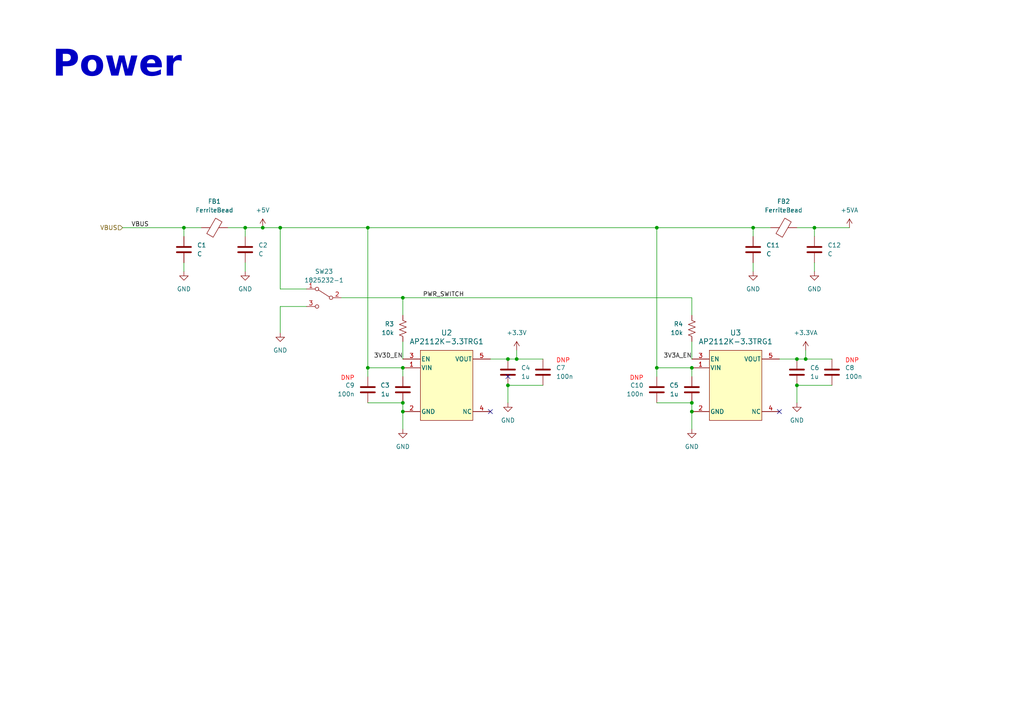
<source format=kicad_sch>
(kicad_sch (version 20230121) (generator eeschema)
  (paper "A4")
  (lib_symbols
    (symbol "Device:C" (pin_numbers hide) (pin_names (offset 0.254))
      (property "Reference" "C" (at 0.635 2.54 0))
      (property "Value" "C" (at 0.635 -2.54 0))
      (symbol "C_0_1"
        (polyline (pts (xy -2.032 -0.762) (xy 2.032 -0.762)) (stroke (width 0.508)))
        (polyline (pts (xy -2.032 0.762) (xy 2.032 0.762)) (stroke (width 0.508)))
      )
      (symbol "C_1_1"
        (pin passive line (at 0 3.81 270) (length 2.794) (name "~") (number "1"))
        (pin passive line (at 0 -3.81 90) (length 2.794) (name "~") (number "2"))
      )
    )
    (symbol "Device:FerriteBead" (pin_numbers hide) (pin_names (offset 0))
      (property "Reference" "FB" (at -3.81 0.635 90))
      (property "Value" "FerriteBead" (at 3.81 0 90))
      (symbol "FerriteBead_0_1"
        (polyline (pts (xy 0 -1.27) (xy 0 -1.2192)))
        (polyline (pts (xy 0 1.27) (xy 0 1.2954)))
        (polyline (pts (xy -2.7686 0.4064) (xy -1.7018 2.2606) (xy 2.7686 -0.3048) (xy 1.6764 -2.159) (xy -2.7686 0.4064)))
      )
      (symbol "FerriteBead_1_1"
        (pin passive line (at 0 3.81 270) (length 2.54) (name "~") (number "1"))
        (pin passive line (at 0 -3.81 90) (length 2.54) (name "~") (number "2"))
      )
    )
    (symbol "Device:R_US" (pin_numbers hide) (pin_names (offset 0))
      (property "Reference" "R" (at 2.54 0 90))
      (property "Value" "R_US" (at -2.54 0 90))
      (symbol "R_US_0_1"
        (polyline (pts (xy 0 -2.286) (xy 0 -2.54)))
        (polyline (pts (xy 0 2.286) (xy 0 2.54)))
        (polyline (pts (xy 0 -0.762) (xy 1.016 -1.143) (xy 0 -1.524) (xy -1.016 -1.905) (xy 0 -2.286)))
        (polyline (pts (xy 0 0.762) (xy 1.016 0.381) (xy 0 0) (xy -1.016 -0.381) (xy 0 -0.762)))
        (polyline (pts (xy 0 2.286) (xy 1.016 1.905) (xy 0 1.524) (xy -1.016 1.143) (xy 0 0.762)))
      )
      (symbol "R_US_1_1"
        (pin passive line (at 0 3.81 270) (length 1.27) (name "~") (number "1"))
        (pin passive line (at 0 -3.81 90) (length 1.27) (name "~") (number "2"))
      )
    )
    (symbol "Regulator:AP2112K-3.3TRG1" (pin_names (offset 0.254))
      (property "Reference" "U" (at 0 24.13 0))
      (property "Value" "AP2112K-3.3TRG1" (at 0 21.59 0))
      (symbol "AP2112K-3.3TRG1_0_1"
        (pin passive line (at -5.08 15.24 0) (length 5.08) (name "VIN") (number "1"))
        (pin passive line (at -5.08 2.54 0) (length 5.08) (name "GND") (number "2"))
        (pin passive line (at -5.08 17.78 0) (length 5.08) (name "EN") (number "3"))
        (pin passive line (at 20.32 2.54 180) (length 5.08) (name "NC") (number "4"))
        (pin passive line (at 20.32 17.78 180) (length 5.08) (name "VOUT") (number "5"))
      )
      (symbol "AP2112K-3.3TRG1_1_1"
        (rectangle (start 0 20.32) (end 15.24 0) (fill (type background)))
      )
    )
    (symbol "Switch:SW_SPDT" (pin_names (offset 0) hide)
      (property "Reference" "SW" (at 0 4.318 0))
      (property "Value" "SW_SPDT" (at 0 -5.08 0))
      (symbol "SW_SPDT_0_0"
        (circle (center -2.032 0) (radius 0.508))
        (circle (center 2.032 -2.54) (radius 0.508))
      )
      (symbol "SW_SPDT_0_1"
        (polyline (pts (xy -1.524 0.254) (xy 1.651 2.286)))
        (circle (center 2.032 2.54) (radius 0.508))
      )
      (symbol "SW_SPDT_1_1"
        (pin passive line (at 5.08 2.54 180) (length 2.54) (name "A") (number "1"))
        (pin passive line (at -5.08 0 0) (length 2.54) (name "B") (number "2"))
        (pin passive line (at 5.08 -2.54 180) (length 2.54) (name "C") (number "3"))
      )
    )
    (symbol "power:+3.3V" (power) (pin_names (offset 0))
      (property "Value" "+3.3V" (at 0 3.556 0))
      (symbol "+3.3V_0_1"
        (polyline (pts (xy -0.762 1.27) (xy 0 2.54)))
        (polyline (pts (xy 0 0) (xy 0 2.54)))
        (polyline (pts (xy 0 2.54) (xy 0.762 1.27)))
      )
      (symbol "+3.3V_1_1"
        (pin power_in line (at 0 0 90) (length 0) hide (name "+3.3V") (number "1"))
      )
    )
    (symbol "power:+3.3VA" (power) (pin_names (offset 0))
      (property "Value" "+3.3VA" (at 0 3.556 0))
      (symbol "+3.3VA_0_1"
        (polyline (pts (xy -0.762 1.27) (xy 0 2.54)))
        (polyline (pts (xy 0 0) (xy 0 2.54)))
        (polyline (pts (xy 0 2.54) (xy 0.762 1.27)))
      )
      (symbol "+3.3VA_1_1"
        (pin power_in line (at 0 0 90) (length 0) hide (name "+3.3VA") (number "1"))
      )
    )
    (symbol "power:+5V" (power) (pin_names (offset 0))
      (property "Value" "+5V" (at 0 3.556 0))
      (symbol "+5V_0_1"
        (polyline (pts (xy -0.762 1.27) (xy 0 2.54)))
        (polyline (pts (xy 0 0) (xy 0 2.54)))
        (polyline (pts (xy 0 2.54) (xy 0.762 1.27)))
      )
      (symbol "+5V_1_1"
        (pin power_in line (at 0 0 90) (length 0) hide (name "+5V") (number "1"))
      )
    )
    (symbol "power:+5VA" (power) (pin_names (offset 0))
      (property "Value" "+5VA" (at 0 3.556 0))
      (symbol "+5VA_0_1"
        (polyline (pts (xy -0.762 1.27) (xy 0 2.54)))
        (polyline (pts (xy 0 0) (xy 0 2.54)))
        (polyline (pts (xy 0 2.54) (xy 0.762 1.27)))
      )
      (symbol "+5VA_1_1"
        (pin power_in line (at 0 0 90) (length 0) hide (name "+5VA") (number "1"))
      )
    )
    (symbol "power:GND" (power) (pin_names (offset 0))
      (property "Value" "GND" (at 0 -3.81 0))
      (symbol "GND_0_1"
        (polyline (pts (xy 0 0) (xy 0 -1.27) (xy 1.27 -1.27) (xy 0 -2.54) (xy -1.27 -1.27) (xy 0 -1.27)))
      )
      (symbol "GND_1_1"
        (pin power_in line (at 0 0 270) (length 0) hide (name "GND") (number "1"))
      )
    )
  )
  (junction (at 231.14 104.14))
  (junction (at 106.68 106.68))
  (junction (at 71.12 66.04))
  (junction (at 231.14 111.76))
  (junction (at 236.22 66.04))
  (junction (at 116.84 119.38))
  (junction (at 106.68 66.04))
  (junction (at 116.84 106.68))
  (junction (at 53.34 66.04))
  (junction (at 116.84 116.84))
  (junction (at 81.28 66.04))
  (junction (at 116.84 86.36))
  (junction (at 76.2 66.04))
  (junction (at 218.44 66.04))
  (junction (at 147.32 111.76))
  (junction (at 149.86 104.14))
  (junction (at 190.5 106.68))
  (junction (at 200.66 116.84))
  (junction (at 190.5 66.04))
  (junction (at 233.68 104.14))
  (junction (at 200.66 106.68))
  (junction (at 147.32 104.14))
  (junction (at 200.66 119.38))
  (no_connect (at 226.06 119.38))
  (no_connect (at 142.24 119.38))
  (no_connect (at 147.32 109.22))
  (wire (pts (xy 106.68 106.68) (xy 106.68 109.22)))
  (wire (pts (xy 99.06 86.36) (xy 116.84 86.36)))
  (wire (pts (xy 53.34 66.04) (xy 35.56 66.04)))
  (wire (pts (xy 218.44 66.04) (xy 218.44 68.58)))
  (wire (pts (xy 200.66 119.38) (xy 200.66 124.46)))
  (wire (pts (xy 81.28 88.9) (xy 88.9 88.9)))
  (wire (pts (xy 53.34 66.04) (xy 58.42 66.04)))
  (wire (pts (xy 190.5 106.68) (xy 200.66 106.68)))
  (wire (pts (xy 190.5 106.68) (xy 190.5 109.22)))
  (wire (pts (xy 147.32 111.76) (xy 147.32 116.84)))
  (wire (pts (xy 200.66 116.84) (xy 200.66 119.38)))
  (wire (pts (xy 71.12 66.04) (xy 71.12 68.58)))
  (wire (pts (xy 81.28 88.9) (xy 81.28 96.52)))
  (wire (pts (xy 190.5 66.04) (xy 190.5 106.68)))
  (wire (pts (xy 71.12 76.2) (xy 71.12 78.74)))
  (wire (pts (xy 200.66 91.44) (xy 200.66 86.36)))
  (wire (pts (xy 200.66 99.06) (xy 200.66 104.14)))
  (wire (pts (xy 106.68 106.68) (xy 116.84 106.68)))
  (wire (pts (xy 81.28 66.04) (xy 81.28 83.82)))
  (wire (pts (xy 236.22 66.04) (xy 236.22 68.58)))
  (wire (pts (xy 116.84 106.68) (xy 116.84 109.22)))
  (wire (pts (xy 231.14 111.76) (xy 231.14 116.84)))
  (wire (pts (xy 200.66 116.84) (xy 190.5 116.84)))
  (wire (pts (xy 106.68 66.04) (xy 81.28 66.04)))
  (wire (pts (xy 190.5 66.04) (xy 218.44 66.04)))
  (wire (pts (xy 231.14 66.04) (xy 236.22 66.04)))
  (wire (pts (xy 236.22 76.2) (xy 236.22 78.74)))
  (wire (pts (xy 81.28 83.82) (xy 88.9 83.82)))
  (wire (pts (xy 116.84 99.06) (xy 116.84 104.14)))
  (wire (pts (xy 106.68 66.04) (xy 190.5 66.04)))
  (wire (pts (xy 53.34 68.58) (xy 53.34 66.04)))
  (wire (pts (xy 147.32 111.76) (xy 157.48 111.76)))
  (wire (pts (xy 116.84 119.38) (xy 116.84 124.46)))
  (wire (pts (xy 116.84 116.84) (xy 106.68 116.84)))
  (wire (pts (xy 53.34 76.2) (xy 53.34 78.74)))
  (wire (pts (xy 200.66 106.68) (xy 200.66 109.22)))
  (wire (pts (xy 106.68 106.68) (xy 106.68 66.04)))
  (wire (pts (xy 233.68 104.14) (xy 231.14 104.14)))
  (wire (pts (xy 71.12 66.04) (xy 76.2 66.04)))
  (wire (pts (xy 66.04 66.04) (xy 71.12 66.04)))
  (wire (pts (xy 218.44 76.2) (xy 218.44 78.74)))
  (wire (pts (xy 149.86 104.14) (xy 157.48 104.14)))
  (wire (pts (xy 218.44 66.04) (xy 223.52 66.04)))
  (wire (pts (xy 116.84 86.36) (xy 116.84 91.44)))
  (wire (pts (xy 149.86 101.6) (xy 149.86 104.14)))
  (wire (pts (xy 231.14 111.76) (xy 241.3 111.76)))
  (wire (pts (xy 149.86 104.14) (xy 147.32 104.14)))
  (wire (pts (xy 233.68 101.6) (xy 233.68 104.14)))
  (wire (pts (xy 76.2 66.04) (xy 81.28 66.04)))
  (wire (pts (xy 226.06 104.14) (xy 231.14 104.14)))
  (wire (pts (xy 233.68 104.14) (xy 241.3 104.14)))
  (wire (pts (xy 200.66 86.36) (xy 116.84 86.36)))
  (wire (pts (xy 116.84 116.84) (xy 116.84 119.38)))
  (wire (pts (xy 142.24 104.14) (xy 147.32 104.14)))
  (wire (pts (xy 236.22 66.04) (xy 246.38 66.04)))
  (text "DNP" (at 245.11 105.41 0) (effects (font (size 1.27 1.27)) (justify left bottom)))
  (text "DNP" (at 186.69 110.49 0) (effects (font (size 1.27 1.27)) (justify right bottom)))
  (text "Power" (at 15.24 25.4 0) (effects (font (size 7.62 7.62) (thickness 1.524) bold) (justify left bottom)))
  (text "DNP" (at 102.87 110.49 0) (effects (font (size 1.27 1.27)) (justify right bottom)))
  (text "DNP" (at 161.29 105.41 0) (effects (font (size 1.27 1.27)) (justify left bottom)))
  (label "3V3D_EN" (at 116.84 104.14 180))
  (label "3V3A_EN" (at 200.66 104.14 180))
  (label "VBUS" (at 43.18 66.04 180))
  (label "PWR_SWITCH" (at 134.62 86.36 180))
  (hierarchical_label "VBUS" (shape input) (at 35.56 66.04 180))
  (symbol (lib_id "Device:R_US") (at 116.84 95.25 0) (unit 1)
    (property "Reference" "R3" (at 114.3 93.98 0) (effects (justify right)))
    (property "Value" "10k" (at 114.3 96.52 0) (effects (justify right)))
  )
  (symbol (lib_id "Device:C") (at 236.22 72.39 0) (unit 1)
    (property "Reference" "C12" (at 240.03 71.12 0) (effects (justify left)))
    (property "Value" "C" (at 240.03 73.66 0) (effects (justify left)))
  )
  (symbol (lib_id "power:+3.3V") (at 149.86 101.6 0) (unit 1)
    (property "Reference" "#PWR06" (effects hide))
    (property "Value" "+3.3V" (at 149.86 96.52 0))
  )
  (symbol (lib_id "power:GND") (at 71.12 78.74 0) (unit 1)
    (property "Reference" "#PWR09" (effects hide))
    (property "Value" "GND" (at 71.12 83.82 0))
  )
  (symbol (lib_id "Device:C") (at 200.66 113.03 0) (unit 1)
    (property "Reference" "C5" (at 196.85 111.76 0) (effects (justify right)))
    (property "Value" "1u" (at 196.85 114.3 0) (effects (justify right)))
  )
  (symbol (lib_id "power:GND") (at 81.28 96.52 0) (unit 1)
    (property "Reference" "#PWR03" (effects hide))
    (property "Value" "GND" (at 81.28 101.6 0))
  )
  (symbol (lib_id "Device:C") (at 157.48 107.95 0) (unit 1)
    (property "Reference" "C7" (at 161.29 106.68 0) (effects (justify left)))
    (property "Value" "100n" (at 161.29 109.22 0) (effects (justify left)))
  )
  (symbol (lib_id "Device:C") (at 190.5 113.03 0) (mirror y) (unit 1)
    (property "Reference" "C10" (at 186.69 111.76 0) (effects (justify left)))
    (property "Value" "100n" (at 186.69 114.3 0) (effects (justify left)))
  )
  (symbol (lib_id "Device:C") (at 231.14 107.95 0) (mirror y) (unit 1)
    (property "Reference" "C6" (at 234.95 106.68 0) (effects (justify right)))
    (property "Value" "1u" (at 234.95 109.22 0) (effects (justify right)))
  )
  (symbol (lib_id "power:GND") (at 236.22 78.74 0) (unit 1)
    (property "Reference" "#PWR011" (effects hide))
    (property "Value" "GND" (at 236.22 83.82 0))
  )
  (symbol (lib_id "Device:C") (at 53.34 72.39 0) (unit 1)
    (property "Reference" "C1" (at 57.15 71.12 0) (effects (justify left)))
    (property "Value" "C" (at 57.15 73.66 0) (effects (justify left)))
  )
  (symbol (lib_id "Device:C") (at 116.84 113.03 0) (unit 1)
    (property "Reference" "C3" (at 113.03 111.76 0) (effects (justify right)))
    (property "Value" "1u" (at 113.03 114.3 0) (effects (justify right)))
  )
  (symbol (lib_id "Device:C") (at 71.12 72.39 0) (unit 1)
    (property "Reference" "C2" (at 74.93 71.12 0) (effects (justify left)))
    (property "Value" "C" (at 74.93 73.66 0) (effects (justify left)))
  )
  (symbol (lib_id "Device:FerriteBead") (at 62.23 66.04 90) (unit 1)
    (property "Reference" "FB1" (at 62.1792 58.42 90))
    (property "Value" "FerriteBead" (at 62.1792 60.96 90))
  )
  (symbol (lib_id "power:+3.3VA") (at 233.68 101.6 0) (unit 1)
    (property "Reference" "#PWR07" (effects hide))
    (property "Value" "+3.3VA" (at 233.68 96.52 0))
  )
  (symbol (lib_id "power:GND") (at 53.34 78.74 0) (unit 1)
    (property "Reference" "#PWR08" (effects hide))
    (property "Value" "GND" (at 53.34 83.82 0))
  )
  (symbol (lib_id "power:GND") (at 231.14 116.84 0) (unit 1)
    (property "Reference" "#PWR05" (effects hide))
    (property "Value" "GND" (at 231.14 121.92 0))
  )
  (symbol (lib_id "Device:C") (at 147.32 107.95 0) (mirror y) (unit 1)
    (property "Reference" "C4" (at 151.13 106.68 0) (effects (justify right)))
    (property "Value" "1u" (at 151.13 109.22 0) (effects (justify right)))
  )
  (symbol (lib_id "Switch:SW_SPDT") (at 93.98 86.36 0) (mirror y) (unit 1)
    (property "Reference" "SW23" (at 93.98 78.74 0))
    (property "Value" "1825232-1" (at 93.98 81.28 0))
    (property "Datasheet" "https://www.digikey.com/en/products/detail/te-connectivity-alcoswitch-switches/1825232-1/4021554" (effects hide))
  )
  (symbol (lib_id "power:GND") (at 116.84 124.46 0) (unit 1)
    (property "Reference" "#PWR01" (effects hide))
    (property "Value" "GND" (at 116.84 129.54 0))
  )
  (symbol (lib_id "Device:C") (at 106.68 113.03 0) (mirror y) (unit 1)
    (property "Reference" "C9" (at 102.87 111.76 0) (effects (justify left)))
    (property "Value" "100n" (at 102.87 114.3 0) (effects (justify left)))
  )
  (symbol (lib_id "power:GND") (at 147.32 116.84 0) (unit 1)
    (property "Reference" "#PWR04" (effects hide))
    (property "Value" "GND" (at 147.32 121.92 0))
  )
  (symbol (lib_id "Device:FerriteBead") (at 227.33 66.04 90) (unit 1)
    (property "Reference" "FB2" (at 227.2792 58.42 90))
    (property "Value" "FerriteBead" (at 227.2792 60.96 90))
  )
  (symbol (lib_id "power:GND") (at 218.44 78.74 0) (unit 1)
    (property "Reference" "#PWR012" (effects hide))
    (property "Value" "GND" (at 218.44 83.82 0))
  )
  (symbol (lib_id "power:+5V") (at 76.2 66.04 0) (unit 1)
    (property "Reference" "#PWR010" (effects hide))
    (property "Value" "+5V" (at 76.2 60.96 0))
  )
  (symbol (lib_id "Regulator:AP2112K-3.3TRG1") (at 205.74 121.92 0) (unit 1)
    (property "Reference" "U3" (at 213.36 96.52 0) (effects (font (size 1.524 1.524))))
    (property "Value" "AP2112K-3.3TRG1" (at 213.36 99.06 0) (effects (font (size 1.524 1.524))))
    (property "Datasheet" "https://www.digikey.com/en/products/detail/diodes-incorporated/AP2112K-3-3TRG1/4470746" (effects hide))
  )
  (symbol (lib_id "Device:C") (at 218.44 72.39 0) (unit 1)
    (property "Reference" "C11" (at 222.25 71.12 0) (effects (justify left)))
    (property "Value" "C" (at 222.25 73.66 0) (effects (justify left)))
  )
  (symbol (lib_id "power:+5VA") (at 246.38 66.04 0) (unit 1)
    (property "Reference" "#PWR013" (effects hide))
    (property "Value" "+5VA" (at 246.38 60.96 0))
  )
  (symbol (lib_id "Regulator:AP2112K-3.3TRG1") (at 121.92 121.92 0) (unit 1)
    (property "Reference" "U2" (at 129.54 96.52 0) (effects (font (size 1.524 1.524))))
    (property "Value" "AP2112K-3.3TRG1" (at 129.54 99.06 0) (effects (font (size 1.524 1.524))))
    (property "Datasheet" "https://www.digikey.com/en/products/detail/diodes-incorporated/AP2112K-3-3TRG1/4470746" (effects hide))
  )
  (symbol (lib_id "power:GND") (at 200.66 124.46 0) (unit 1)
    (property "Reference" "#PWR02" (effects hide))
    (property "Value" "GND" (at 200.66 129.54 0))
  )
  (symbol (lib_id "Device:R_US") (at 200.66 95.25 0) (unit 1)
    (property "Reference" "R4" (at 198.12 93.98 0) (effects (justify right)))
    (property "Value" "10k" (at 198.12 96.52 0) (effects (justify right)))
  )
  (symbol (lib_id "Device:C") (at 241.3 107.95 0) (unit 1)
    (property "Reference" "C8" (at 245.11 106.68 0) (effects (justify left)))
    (property "Value" "100n" (at 245.11 109.22 0) (effects (justify left)))
  )
)
</source>
